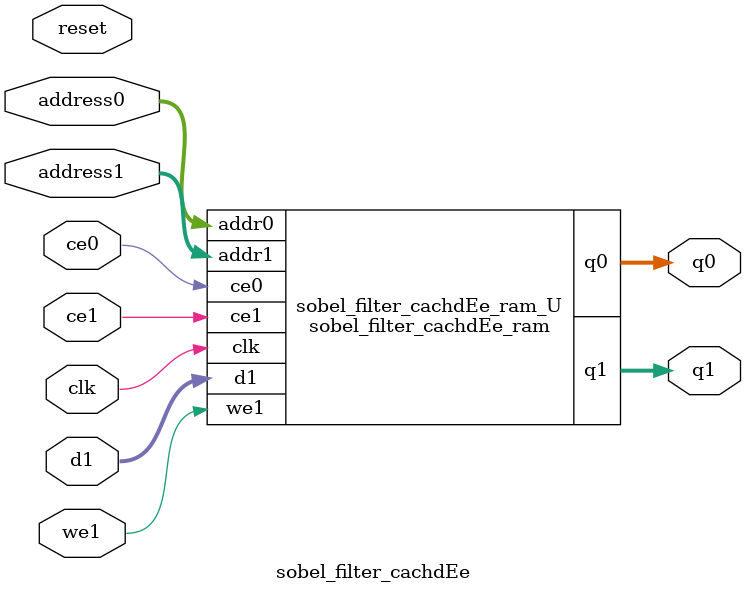
<source format=v>

`timescale 1 ns / 1 ps
module sobel_filter_cachdEe_ram (addr0, ce0, q0, addr1, ce1, d1, we1, q1,  clk);

parameter DWIDTH = 8;
parameter AWIDTH = 11;
parameter MEM_SIZE = 1920;

input[AWIDTH-1:0] addr0;
input ce0;
output reg[DWIDTH-1:0] q0;
input[AWIDTH-1:0] addr1;
input ce1;
input[DWIDTH-1:0] d1;
input we1;
output reg[DWIDTH-1:0] q1;
input clk;

(* ram_style = "block" *)reg [DWIDTH-1:0] ram[0:MEM_SIZE-1];




always @(posedge clk)  
begin 
    if (ce0) 
    begin
            q0 <= ram[addr0];
    end
end


always @(posedge clk)  
begin 
    if (ce1) 
    begin
        if (we1) 
        begin 
            ram[addr1] <= d1; 
            q1 <= d1;
        end 
        else 
            q1 <= ram[addr1];
    end
end


endmodule


`timescale 1 ns / 1 ps
module sobel_filter_cachdEe(
    reset,
    clk,
    address0,
    ce0,
    q0,
    address1,
    ce1,
    we1,
    d1,
    q1);

parameter DataWidth = 32'd8;
parameter AddressRange = 32'd1920;
parameter AddressWidth = 32'd11;
input reset;
input clk;
input[AddressWidth - 1:0] address0;
input ce0;
output[DataWidth - 1:0] q0;
input[AddressWidth - 1:0] address1;
input ce1;
input we1;
input[DataWidth - 1:0] d1;
output[DataWidth - 1:0] q1;



sobel_filter_cachdEe_ram sobel_filter_cachdEe_ram_U(
    .clk( clk ),
    .addr0( address0 ),
    .ce0( ce0 ),
    .q0( q0 ),
    .addr1( address1 ),
    .ce1( ce1 ),
    .d1( d1 ),
    .we1( we1 ),
    .q1( q1 ));

endmodule


</source>
